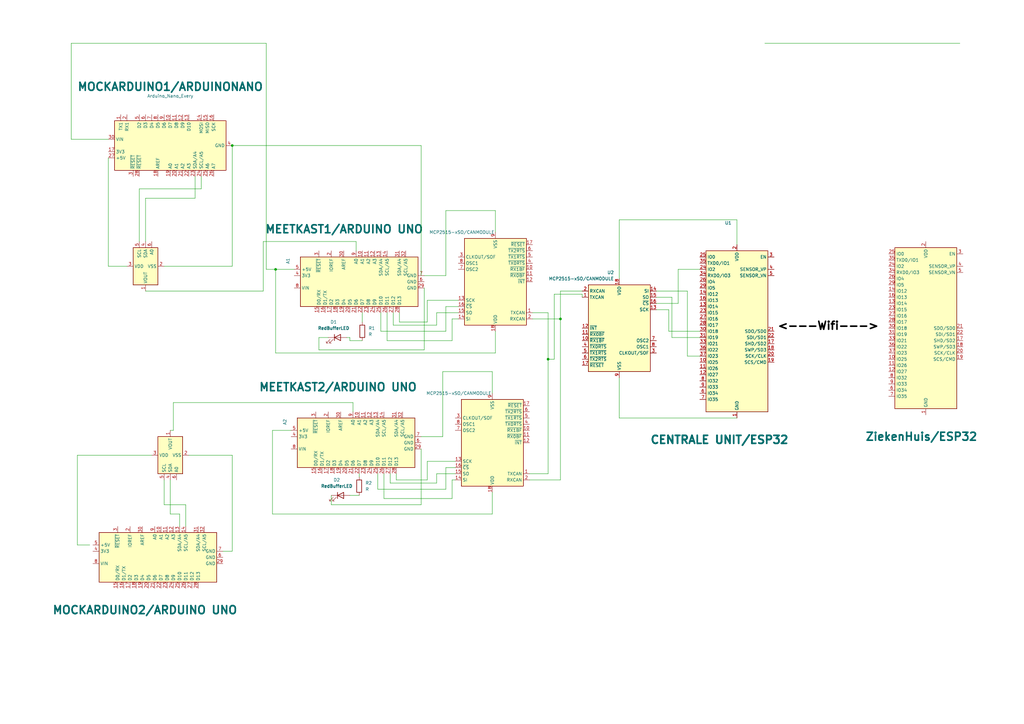
<source format=kicad_sch>
(kicad_sch (version 20230121) (generator eeschema)
  (paper "A3")
  (lib_symbols
    (symbol "Analog_DAC:MCP4725xxx-xCH"
      (property "Reference" "U" (at -6.35 6.35 0))
      (property "Value" "MCP4725xxx-xCH" (at 8.89 6.35 0))
      (symbol "MCP4725xxx-xCH_0_1"
        (rectangle (start -7.62 5.08) (end 7.62 -5.08) (stroke (width 0.254)) (fill (type background)))
      )
      (symbol "MCP4725xxx-xCH_1_1"
        (pin output line (at 10.16 0 180) (length 2.54) (name "VOUT") (number "1"))
        (pin power_in line (at 0 -7.62 90) (length 2.54) (name "VSS") (number "2"))
        (pin power_in line (at 0 7.62 270) (length 2.54) (name "VDD") (number "3"))
        (pin bidirectional line (at -10.16 0 0) (length 2.54) (name "SDA") (number "4"))
        (pin input line (at -10.16 2.54 0) (length 2.54) (name "SCL") (number "5"))
        (pin input line (at -10.16 -2.54 0) (length 2.54) (name "A0") (number "6"))
      )
    )
    (symbol "Device:LED" (pin_numbers hide) (pin_names (offset 1.016) hide)
      (property "Reference" "D" (at 0 2.54 0))
      (property "Value" "LED" (at 0 -2.54 0))
      (symbol "LED_0_1"
        (polyline (pts (xy -1.27 -1.27) (xy -1.27 1.27)) (stroke (width 0.254)))
        (polyline (pts (xy -1.27 0) (xy 1.27 0)))
        (polyline (pts (xy 1.27 -1.27) (xy 1.27 1.27) (xy -1.27 0) (xy 1.27 -1.27)) (stroke (width 0.254)))
        (polyline (pts (xy -3.048 -0.762) (xy -4.572 -2.286) (xy -3.81 -2.286) (xy -4.572 -2.286) (xy -4.572 -1.524)))
        (polyline (pts (xy -1.778 -0.762) (xy -3.302 -2.286) (xy -2.54 -2.286) (xy -3.302 -2.286) (xy -3.302 -1.524)))
      )
      (symbol "LED_1_1"
        (pin passive line (at -3.81 0 0) (length 2.54) (name "K") (number "1"))
        (pin passive line (at 3.81 0 180) (length 2.54) (name "A") (number "2"))
      )
    )
    (symbol "Device:R" (pin_numbers hide) (pin_names (offset 0))
      (property "Reference" "R" (at 2.032 0 90))
      (property "Value" "R" (at 0 0 90))
      (symbol "R_0_1"
        (rectangle (start -1.016 -2.54) (end 1.016 2.54) (stroke (width 0.254)))
      )
      (symbol "R_1_1"
        (pin passive line (at 0 3.81 270) (length 1.27) (name "~") (number "1"))
        (pin passive line (at 0 -3.81 90) (length 1.27) (name "~") (number "2"))
      )
    )
    (symbol "Interface_CAN_LIN:MCP2515-xSO"
      (property "Reference" "U" (at -10.16 19.685 0))
      (property "Value" "MCP2515-xSO" (at 19.05 20.32 0))
      (symbol "MCP2515-xSO_0_1"
        (rectangle (start -12.7 17.78) (end 12.7 -17.78) (stroke (width 0.254)) (fill (type background)))
      )
      (symbol "MCP2515-xSO_1_1"
        (pin output line (at 15.24 12.7 180) (length 2.54) (name "TXCAN") (number "1"))
        (pin output line (at 15.24 -5.08 180) (length 2.54) (name "~{RX1BF}") (number "10"))
        (pin output line (at 15.24 -2.54 180) (length 2.54) (name "~{RX0BF}") (number "11"))
        (pin output line (at 15.24 0 180) (length 2.54) (name "~{INT}") (number "12"))
        (pin input line (at -15.24 7.62 0) (length 2.54) (name "SCK") (number "13"))
        (pin input line (at -15.24 15.24 0) (length 2.54) (name "SI") (number "14"))
        (pin output line (at -15.24 12.7 0) (length 2.54) (name "SO") (number "15"))
        (pin input line (at -15.24 10.16 0) (length 2.54) (name "~{CS}") (number "16"))
        (pin input line (at 15.24 -15.24 180) (length 2.54) (name "~{RESET}") (number "17"))
        (pin power_in line (at 0 20.32 270) (length 2.54) (name "VDD") (number "18"))
        (pin input line (at 15.24 15.24 180) (length 2.54) (name "RXCAN") (number "2"))
        (pin output line (at -15.24 -10.16 0) (length 2.54) (name "CLKOUT/SOF") (number "3"))
        (pin input line (at 15.24 -7.62 180) (length 2.54) (name "~{TX0RTS}") (number "4"))
        (pin input line (at 15.24 -10.16 180) (length 2.54) (name "~{TX1RTS}") (number "5"))
        (pin input line (at 15.24 -12.7 180) (length 2.54) (name "~{TX2RTS}") (number "6"))
        (pin output line (at -15.24 -5.08 0) (length 2.54) (name "OSC2") (number "7"))
        (pin input line (at -15.24 -7.62 0) (length 2.54) (name "OSC1") (number "8"))
        (pin power_in line (at 0 -20.32 90) (length 2.54) (name "VSS") (number "9"))
      )
    )
    (symbol "MCU_Module:Arduino_Nano_Every"
      (property "Reference" "A" (at -10.16 23.495 0))
      (property "Value" "Arduino_Nano_Every" (at 5.08 -24.13 0))
      (symbol "Arduino_Nano_Every_0_1"
        (rectangle (start -10.16 22.86) (end 10.16 -22.86) (stroke (width 0.254)) (fill (type background)))
      )
      (symbol "Arduino_Nano_Every_1_1"
        (pin bidirectional line (at -12.7 20.32 0) (length 2.54) (name "TX1") (number "1"))
        (pin bidirectional line (at -12.7 0 0) (length 2.54) (name "D7") (number "10"))
        (pin bidirectional line (at -12.7 -2.54 0) (length 2.54) (name "D8") (number "11"))
        (pin bidirectional line (at -12.7 -5.08 0) (length 2.54) (name "D9") (number "12"))
        (pin bidirectional line (at -12.7 -7.62 0) (length 2.54) (name "D10") (number "13"))
        (pin bidirectional line (at -12.7 -12.7 0) (length 2.54) (name "MOSI") (number "14"))
        (pin bidirectional line (at -12.7 -15.24 0) (length 2.54) (name "MISO") (number "15"))
        (pin bidirectional line (at -12.7 -17.78 0) (length 2.54) (name "SCK") (number "16"))
        (pin power_out line (at 2.54 25.4 270) (length 2.54) (name "3V3") (number "17"))
        (pin input line (at 12.7 5.08 180) (length 2.54) (name "AREF") (number "18"))
        (pin bidirectional line (at 12.7 0 180) (length 2.54) (name "A0") (number "19"))
        (pin bidirectional line (at -12.7 17.78 0) (length 2.54) (name "RX1") (number "2"))
        (pin bidirectional line (at 12.7 -2.54 180) (length 2.54) (name "A1") (number "20"))
        (pin bidirectional line (at 12.7 -5.08 180) (length 2.54) (name "A2") (number "21"))
        (pin bidirectional line (at 12.7 -7.62 180) (length 2.54) (name "A3") (number "22"))
        (pin bidirectional line (at 12.7 -10.16 180) (length 2.54) (name "SDA/A4") (number "23"))
        (pin bidirectional line (at 12.7 -12.7 180) (length 2.54) (name "SCL/A5") (number "24"))
        (pin bidirectional line (at 12.7 -15.24 180) (length 2.54) (name "A6") (number "25"))
        (pin bidirectional line (at 12.7 -17.78 180) (length 2.54) (name "A7") (number "26"))
        (pin power_out line (at 5.08 25.4 270) (length 2.54) (name "+5V") (number "27"))
        (pin input line (at 12.7 12.7 180) (length 2.54) (name "~{RESET}") (number "28"))
        (pin passive line (at 0 -25.4 90) (length 2.54) hide (name "GND") (number "29"))
        (pin input line (at 12.7 15.24 180) (length 2.54) (name "~{RESET}") (number "3"))
        (pin power_in line (at -2.54 25.4 270) (length 2.54) (name "VIN") (number "30"))
        (pin power_in line (at 0 -25.4 90) (length 2.54) (name "GND") (number "4"))
        (pin bidirectional line (at -12.7 12.7 0) (length 2.54) (name "D2") (number "5"))
        (pin bidirectional line (at -12.7 10.16 0) (length 2.54) (name "D3") (number "6"))
        (pin bidirectional line (at -12.7 7.62 0) (length 2.54) (name "D4") (number "7"))
        (pin bidirectional line (at -12.7 5.08 0) (length 2.54) (name "D5") (number "8"))
        (pin bidirectional line (at -12.7 2.54 0) (length 2.54) (name "D6") (number "9"))
      )
    )
    (symbol "MCU_Module:Arduino_UNO_R3"
      (property "Reference" "A" (at -10.16 23.495 0))
      (property "Value" "Arduino_UNO_R3" (at 5.08 -26.67 0))
      (symbol "Arduino_UNO_R3_0_1"
        (rectangle (start -10.16 22.86) (end 10.16 -25.4) (stroke (width 0.254)) (fill (type background)))
      )
      (symbol "Arduino_UNO_R3_1_1"
        (pin no_connect line (at -10.16 -20.32 0) (length 2.54) hide (name "NC") (number "1"))
        (pin bidirectional line (at 12.7 -2.54 180) (length 2.54) (name "A1") (number "10"))
        (pin bidirectional line (at 12.7 -5.08 180) (length 2.54) (name "A2") (number "11"))
        (pin bidirectional line (at 12.7 -7.62 180) (length 2.54) (name "A3") (number "12"))
        (pin bidirectional line (at 12.7 -10.16 180) (length 2.54) (name "SDA/A4") (number "13"))
        (pin bidirectional line (at 12.7 -12.7 180) (length 2.54) (name "SCL/A5") (number "14"))
        (pin bidirectional line (at -12.7 15.24 0) (length 2.54) (name "D0/RX") (number "15"))
        (pin bidirectional line (at -12.7 12.7 0) (length 2.54) (name "D1/TX") (number "16"))
        (pin bidirectional line (at -12.7 10.16 0) (length 2.54) (name "D2") (number "17"))
        (pin bidirectional line (at -12.7 7.62 0) (length 2.54) (name "D3") (number "18"))
        (pin bidirectional line (at -12.7 5.08 0) (length 2.54) (name "D4") (number "19"))
        (pin output line (at 12.7 10.16 180) (length 2.54) (name "IOREF") (number "2"))
        (pin bidirectional line (at -12.7 2.54 0) (length 2.54) (name "D5") (number "20"))
        (pin bidirectional line (at -12.7 0 0) (length 2.54) (name "D6") (number "21"))
        (pin bidirectional line (at -12.7 -2.54 0) (length 2.54) (name "D7") (number "22"))
        (pin bidirectional line (at -12.7 -5.08 0) (length 2.54) (name "D8") (number "23"))
        (pin bidirectional line (at -12.7 -7.62 0) (length 2.54) (name "D9") (number "24"))
        (pin bidirectional line (at -12.7 -10.16 0) (length 2.54) (name "D10") (number "25"))
        (pin bidirectional line (at -12.7 -12.7 0) (length 2.54) (name "D11") (number "26"))
        (pin bidirectional line (at -12.7 -15.24 0) (length 2.54) (name "D12") (number "27"))
        (pin bidirectional line (at -12.7 -17.78 0) (length 2.54) (name "D13") (number "28"))
        (pin power_in line (at -2.54 -27.94 90) (length 2.54) (name "GND") (number "29"))
        (pin input line (at 12.7 15.24 180) (length 2.54) (name "~{RESET}") (number "3"))
        (pin input line (at 12.7 5.08 180) (length 2.54) (name "AREF") (number "30"))
        (pin bidirectional line (at 12.7 -17.78 180) (length 2.54) (name "SDA/A4") (number "31"))
        (pin bidirectional line (at 12.7 -20.32 180) (length 2.54) (name "SCL/A5") (number "32"))
        (pin power_out line (at 2.54 25.4 270) (length 2.54) (name "3V3") (number "4"))
        (pin power_out line (at 5.08 25.4 270) (length 2.54) (name "+5V") (number "5"))
        (pin power_in line (at 0 -27.94 90) (length 2.54) (name "GND") (number "6"))
        (pin power_in line (at 2.54 -27.94 90) (length 2.54) (name "GND") (number "7"))
        (pin power_in line (at -2.54 25.4 270) (length 2.54) (name "VIN") (number "8"))
        (pin bidirectional line (at 12.7 0 180) (length 2.54) (name "A0") (number "9"))
      )
    )
    (symbol "RF_Module:ESP32-WROOM-32"
      (property "Reference" "U" (at -12.7 34.29 0))
      (property "Value" "ESP32-WROOM-32" (at 1.27 34.29 0))
      (symbol "ESP32-WROOM-32_0_1"
        (rectangle (start -12.7 33.02) (end 12.7 -33.02) (stroke (width 0.254)) (fill (type background)))
      )
      (symbol "ESP32-WROOM-32_1_1"
        (pin power_in line (at 0 -35.56 90) (length 2.54) (name "GND") (number "1"))
        (pin bidirectional line (at 15.24 -12.7 180) (length 2.54) (name "IO25") (number "10"))
        (pin bidirectional line (at 15.24 -15.24 180) (length 2.54) (name "IO26") (number "11"))
        (pin bidirectional line (at 15.24 -17.78 180) (length 2.54) (name "IO27") (number "12"))
        (pin bidirectional line (at 15.24 10.16 180) (length 2.54) (name "IO14") (number "13"))
        (pin bidirectional line (at 15.24 15.24 180) (length 2.54) (name "IO12") (number "14"))
        (pin passive line (at 0 -35.56 90) (length 2.54) hide (name "GND") (number "15"))
        (pin bidirectional line (at 15.24 12.7 180) (length 2.54) (name "IO13") (number "16"))
        (pin bidirectional line (at -15.24 -5.08 0) (length 2.54) (name "SHD/SD2") (number "17"))
        (pin bidirectional line (at -15.24 -7.62 0) (length 2.54) (name "SWP/SD3") (number "18"))
        (pin bidirectional line (at -15.24 -12.7 0) (length 2.54) (name "SCS/CMD") (number "19"))
        (pin power_in line (at 0 35.56 270) (length 2.54) (name "VDD") (number "2"))
        (pin bidirectional line (at -15.24 -10.16 0) (length 2.54) (name "SCK/CLK") (number "20"))
        (pin bidirectional line (at -15.24 0 0) (length 2.54) (name "SDO/SD0") (number "21"))
        (pin bidirectional line (at -15.24 -2.54 0) (length 2.54) (name "SDI/SD1") (number "22"))
        (pin bidirectional line (at 15.24 7.62 180) (length 2.54) (name "IO15") (number "23"))
        (pin bidirectional line (at 15.24 25.4 180) (length 2.54) (name "IO2") (number "24"))
        (pin bidirectional line (at 15.24 30.48 180) (length 2.54) (name "IO0") (number "25"))
        (pin bidirectional line (at 15.24 20.32 180) (length 2.54) (name "IO4") (number "26"))
        (pin bidirectional line (at 15.24 5.08 180) (length 2.54) (name "IO16") (number "27"))
        (pin bidirectional line (at 15.24 2.54 180) (length 2.54) (name "IO17") (number "28"))
        (pin bidirectional line (at 15.24 17.78 180) (length 2.54) (name "IO5") (number "29"))
        (pin input line (at -15.24 30.48 0) (length 2.54) (name "EN") (number "3"))
        (pin bidirectional line (at 15.24 0 180) (length 2.54) (name "IO18") (number "30"))
        (pin bidirectional line (at 15.24 -2.54 180) (length 2.54) (name "IO19") (number "31"))
        (pin no_connect line (at -12.7 -27.94 0) (length 2.54) hide (name "NC") (number "32"))
        (pin bidirectional line (at 15.24 -5.08 180) (length 2.54) (name "IO21") (number "33"))
        (pin bidirectional line (at 15.24 22.86 180) (length 2.54) (name "RXD0/IO3") (number "34"))
        (pin bidirectional line (at 15.24 27.94 180) (length 2.54) (name "TXD0/IO1") (number "35"))
        (pin bidirectional line (at 15.24 -7.62 180) (length 2.54) (name "IO22") (number "36"))
        (pin bidirectional line (at 15.24 -10.16 180) (length 2.54) (name "IO23") (number "37"))
        (pin passive line (at 0 -35.56 90) (length 2.54) hide (name "GND") (number "38"))
        (pin passive line (at 0 -35.56 90) (length 2.54) hide (name "GND") (number "39"))
        (pin input line (at -15.24 25.4 0) (length 2.54) (name "SENSOR_VP") (number "4"))
        (pin input line (at -15.24 22.86 0) (length 2.54) (name "SENSOR_VN") (number "5"))
        (pin input line (at 15.24 -25.4 180) (length 2.54) (name "IO34") (number "6"))
        (pin input line (at 15.24 -27.94 180) (length 2.54) (name "IO35") (number "7"))
        (pin bidirectional line (at 15.24 -20.32 180) (length 2.54) (name "IO32") (number "8"))
        (pin bidirectional line (at 15.24 -22.86 180) (length 2.54) (name "IO33") (number "9"))
      )
    )
  )
  (junction (at 224.79 147.32))
  (junction (at 95.25 59.69))
  (junction (at 113.03 110.49))
  (junction (at 229.87 130.81))
  (bus_entry (at 400.3964 -141.0396) (size 2.54 2.54))
  (bus_entry (at 266.7 -25.4) (size 2.54 2.54))
  (wire (pts (xy 173.99 143.51) (xy 173.99 118.11)))
  (wire (pts (xy 158.75 139.7) (xy 158.75 128.27)))
  (wire (pts (xy 254 171.45) (xy 254 154.94)))
  (wire (pts (xy 135.89 207.01) (xy 172.72 207.01)))
  (wire (pts (xy 113.03 110.49) (xy 109.22 110.49)))
  (wire (pts (xy 287.02 146.05) (xy 281.94 146.05)))
  (wire (pts (xy 175.26 132.08) (xy 163.83 132.08)))
  (wire (pts (xy 274.32 127) (xy 269.24 127)))
  (wire (pts (xy 187.96 125.73) (xy 182.88 125.73)))
  (wire (pts (xy 69.85 210.82) (xy 73.66 210.82)))
  (wire (pts (xy 181.61 179.07) (xy 172.72 179.07)))
  (wire (pts (xy 182.88 191.77) (xy 182.88 200.66)))
  (wire (pts (xy 67.31 207.01) (xy 76.2 207.01)))
  (wire (pts (xy 203.2 135.89) (xy 203.2 144.78)))
  (wire (pts (xy 44.45 109.22) (xy 44.45 64.77)))
  (wire (pts (xy 95.25 109.22) (xy 95.25 59.69)))
  (wire (pts (xy 224.79 128.27) (xy 218.44 128.27)))
  (wire (pts (xy 224.79 128.27) (xy 224.79 147.32)))
  (wire (pts (xy 71.12 165.1) (xy 144.78 165.1)))
  (wire (pts (xy 113.03 110.49) (xy 120.65 110.49)))
  (wire (pts (xy 217.17 196.85) (xy 229.87 196.85)))
  (wire (pts (xy 95.25 226.06) (xy 91.44 226.06)))
  (wire (pts (xy 111.76 210.82) (xy 111.76 176.53)))
  (wire (pts (xy 203.2 95.25) (xy 203.2 86.36)))
  (wire (pts (xy 175.26 123.19) (xy 175.26 132.08)))
  (wire (pts (xy 287.02 135.89) (xy 274.32 135.89)))
  (wire (pts (xy 182.88 135.89) (xy 156.21 135.89)))
  (wire (pts (xy 182.88 86.36) (xy 182.88 113.03)))
  (wire (pts (xy 29.21 57.15) (xy 44.45 57.15)))
  (wire (pts (xy 31.75 186.69) (xy 31.75 223.52)))
  (wire (pts (xy 182.88 125.73) (xy 182.88 135.89)))
  (wire (pts (xy 281.94 119.38) (xy 269.24 119.38)))
  (wire (pts (xy 302.26 100.33) (xy 302.26 90.17)))
  (wire (pts (xy 77.47 186.69) (xy 95.25 186.69)))
  (wire (pts (xy 185.42 196.85) (xy 185.42 204.47)))
  (wire (pts (xy 201.93 201.93) (xy 201.93 210.82)))
  (wire (pts (xy 186.69 196.85) (xy 185.42 196.85)))
  (wire (pts (xy 162.56 196.85) (xy 162.56 194.31)))
  (wire (pts (xy 134.62 138.43) (xy 130.81 138.43)))
  (wire (pts (xy 130.81 138.43) (xy 130.81 143.51)))
  (wire (pts (xy 59.69 99.06) (xy 59.69 81.28)))
  (wire (pts (xy 76.2 207.01) (xy 76.2 215.9)))
  (wire (pts (xy 67.31 109.22) (xy 95.25 109.22)))
  (wire (pts (xy 187.96 128.27) (xy 179.07 128.27)))
  (wire (pts (xy 203.2 86.36) (xy 182.88 86.36)))
  (wire (pts (xy 143.51 203.2) (xy 147.32 203.2)))
  (wire (pts (xy 186.69 194.31) (xy 179.07 194.31)))
  (wire (pts (xy 229.87 119.38) (xy 229.87 130.81)))
  (wire (pts (xy 179.07 194.31) (xy 179.07 198.12)))
  (wire (pts (xy 302.26 90.17) (xy 254 90.17)))
  (wire (pts (xy 181.61 152.4) (xy 181.61 179.07)))
  (wire (pts (xy 224.79 194.31) (xy 224.79 147.32)))
  (wire (pts (xy 147.32 194.31) (xy 147.32 195.58)))
  (wire (pts (xy 157.48 204.47) (xy 157.48 194.31)))
  (wire (pts (xy 95.25 186.69) (xy 95.25 226.06)))
  (wire (pts (xy 187.96 130.81) (xy 185.42 130.81)))
  (wire (pts (xy 254 90.17) (xy 254 114.3)))
  (wire (pts (xy 287.02 138.43) (xy 275.59 138.43)))
  (wire (pts (xy 229.87 130.81) (xy 229.87 196.85)))
  (wire (pts (xy 217.17 194.31) (xy 224.79 194.31)))
  (wire (pts (xy 281.94 146.05) (xy 281.94 119.38)))
  (wire (pts (xy 172.72 59.69) (xy 95.25 59.69)))
  (wire (pts (xy 109.22 110.49) (xy 109.22 17.78)))
  (wire (pts (xy 182.88 113.03) (xy 173.99 113.03)))
  (wire (pts (xy 57.15 99.06) (xy 57.15 77.47)))
  (wire (pts (xy 143.51 138.43) (xy 142.24 138.43)))
  (wire (pts (xy 313.69 17.78) (xy 393.7 17.78)))
  (wire (pts (xy 278.13 110.49) (xy 278.13 124.46)))
  (wire (pts (xy 274.32 135.89) (xy 274.32 127)))
  (wire (pts (xy 69.85 176.53) (xy 71.12 176.53)))
  (wire (pts (xy 143.51 138.43) (xy 143.51 139.7)))
  (wire (pts (xy 175.26 189.23) (xy 175.26 196.85)))
  (wire (pts (xy 130.81 143.51) (xy 173.99 143.51)))
  (wire (pts (xy 148.59 128.27) (xy 148.59 132.08)))
  (wire (pts (xy 107.95 99.06) (xy 146.05 99.06)))
  (wire (pts (xy 186.69 191.77) (xy 182.88 191.77)))
  (wire (pts (xy 144.78 165.1) (xy 144.78 168.91)))
  (wire (pts (xy 71.12 165.1) (xy 71.12 176.53)))
  (wire (pts (xy 203.2 144.78) (xy 113.03 144.78)))
  (wire (pts (xy 59.69 119.38) (xy 107.95 119.38)))
  (wire (pts (xy 287.02 110.49) (xy 278.13 110.49)))
  (wire (pts (xy 179.07 133.35) (xy 161.29 133.35)))
  (wire (pts (xy 275.59 138.43) (xy 275.59 121.92)))
  (wire (pts (xy 201.93 161.29) (xy 201.93 152.4)))
  (wire (pts (xy 146.05 99.06) (xy 146.05 102.87)))
  (wire (pts (xy 179.07 198.12) (xy 160.02 198.12)))
  (wire (pts (xy 185.42 139.7) (xy 158.75 139.7)))
  (wire (pts (xy 201.93 152.4) (xy 181.61 152.4)))
  (wire (pts (xy 278.13 124.46) (xy 269.24 124.46)))
  (wire (pts (xy 238.76 120.65) (xy 238.76 121.92)))
  (wire (pts (xy 160.02 198.12) (xy 160.02 194.31)))
  (wire (pts (xy 29.21 17.78) (xy 109.22 17.78)))
  (wire (pts (xy 227.33 120.65) (xy 238.76 120.65)))
  (wire (pts (xy 135.89 203.2) (xy 135.89 207.01)))
  (wire (pts (xy 59.69 81.28) (xy 80.01 81.28)))
  (wire (pts (xy 227.33 147.32) (xy 227.33 120.65)))
  (wire (pts (xy 172.72 207.01) (xy 172.72 184.15)))
  (wire (pts (xy 31.75 223.52) (xy 36.83 223.52)))
  (wire (pts (xy 156.21 128.27) (xy 156.21 135.89)))
  (wire (pts (xy 52.07 109.22) (xy 44.45 109.22)))
  (wire (pts (xy 67.31 196.85) (xy 67.31 207.01)))
  (wire (pts (xy 113.03 144.78) (xy 113.03 110.49)))
  (wire (pts (xy 187.96 123.19) (xy 175.26 123.19)))
  (wire (pts (xy 154.94 194.31) (xy 154.94 200.66)))
  (wire (pts (xy 201.93 210.82) (xy 111.76 210.82)))
  (wire (pts (xy 82.55 77.47) (xy 82.55 72.39)))
  (wire (pts (xy 229.87 130.81) (xy 218.44 130.81)))
  (wire (pts (xy 227.33 147.32) (xy 224.79 147.32)))
  (wire (pts (xy 275.59 121.92) (xy 269.24 121.92)))
  (wire (pts (xy 172.72 113.03) (xy 172.72 59.69)))
  (wire (pts (xy 107.95 119.38) (xy 107.95 99.06)))
  (wire (pts (xy 80.01 81.28) (xy 80.01 72.39)))
  (wire (pts (xy 185.42 130.81) (xy 185.42 139.7)))
  (wire (pts (xy 186.69 189.23) (xy 175.26 189.23)))
  (wire (pts (xy 175.26 196.85) (xy 162.56 196.85)))
  (wire (pts (xy 57.15 77.47) (xy 82.55 77.47)))
  (wire (pts (xy 179.07 128.27) (xy 179.07 133.35)))
  (wire (pts (xy 163.83 132.08) (xy 163.83 128.27)))
  (wire (pts (xy 143.51 139.7) (xy 148.59 139.7)))
  (wire (pts (xy 161.29 133.35) (xy 161.29 128.27)))
  (wire (pts (xy 29.21 17.78) (xy 29.21 57.15)))
  (wire (pts (xy 238.76 119.38) (xy 229.87 119.38)))
  (wire (pts (xy 73.66 210.82) (xy 73.66 215.9)))
  (wire (pts (xy 111.76 176.53) (xy 119.38 176.53)))
  (wire (pts (xy 69.85 196.85) (xy 69.85 210.82)))
  (wire (pts (xy 185.42 204.47) (xy 157.48 204.47)))
  (wire (pts (xy 182.88 200.66) (xy 154.94 200.66)))
  (wire (pts (xy 302.26 171.45) (xy 254 171.45)))
  (wire (pts (xy 62.23 186.69) (xy 31.75 186.69)))
  (text "<---Wifi--->\n\n" (at 360.68 140.97 0) (effects (font (size 3.27 3.27) (thickness 0.654) bold) (justify right bottom)))
  (symbol (lib_id "Interface_CAN_LIN:MCP2515-xSO") (at 254 134.62 0) (mirror y) (unit 1)
    (property "Reference" "U2" (at 251.8059 111.76 0) (effects (justify left)))
    (property "Value" "MCP2515-xSO/CANMODULE" (at 251.8059 114.3 0) (effects (justify left)))
    (property "Footprint" "Package_SO:SOIC-18W_7.5x11.6mm_P1.27mm" (effects hide))
    (property "Datasheet" "http://ww1.microchip.com/downloads/en/DeviceDoc/21801e.pdf" (effects hide))
  )
  (symbol (lib_id "MCU_Module:Arduino_UNO_R3") (at 146.05 115.57 90) (unit 1)
    (property "Reference" "A1" (at 118.11 108.2959 0) (effects (justify left)))
    (property "Value" "MEETKAST1/ARDUINO UNO" (at 173.99 93.98 90) (effects (font (size 3.27 3.27) bold) (justify left)))
    (property "Footprint" "Module:Arduino_UNO_R3" (effects hide))
    (property "Datasheet" "https://www.arduino.cc/en/Main/arduinoBoardUno" (effects hide))
  )
  (symbol (lib_id "Analog_DAC:MCP4725xxx-xCH") (at 69.85 186.69 90) (unit 1)
    (property "Reference" "U6" (effects hide))
    (property "Value" "MCP4725xxx-xCH" (effects hide))
    (property "Footprint" "Package_TO_SOT_SMD:SOT-23-6" (effects hide))
    (property "Datasheet" "http://ww1.microchip.com/downloads/en/DeviceDoc/22039d.pdf" (effects hide))
  )
  (symbol (lib_id "Analog_DAC:MCP4725xxx-xCH") (at 59.69 109.22 90) (mirror x) (unit 1)
    (property "Reference" "U5" (effects hide))
    (property "Value" "MCP4725xxx-xCH" (effects hide))
    (property "Footprint" "Package_TO_SOT_SMD:SOT-23-6" (effects hide))
    (property "Datasheet" "http://ww1.microchip.com/downloads/en/DeviceDoc/22039d.pdf" (effects hide))
  )
  (symbol (lib_id "MCU_Module:Arduino_Nano_Every") (at 69.85 59.69 90) (mirror x) (unit 1)
    (property "Reference" "MOCKARDUINO1/ARDUINONANO" (at 69.85 35.56 90) (effects (font (size 3.27 3.27) bold)))
    (property "Value" "Arduino_Nano_Every" (at 69.85 39.37 90))
    (property "Footprint" "Module:Arduino_Nano" (effects hide))
    (property "Datasheet" "https://content.arduino.cc/assets/NANOEveryV3.0_sch.pdf" (effects hide))
  )
  (symbol (lib_id "Device:R") (at 147.32 199.39 0) (unit 1)
    (property "Reference" "R2" (at 149.86 198.12 0) (effects (justify left)))
    (property "Value" "R" (at 149.86 200.66 0) (effects (justify left)))
  )
  (symbol (lib_id "Interface_CAN_LIN:MCP2515-xSO") (at 203.2 115.57 0) (mirror x) (unit 1)
    (property "Reference" "U3" (effects hide))
    (property "Value" "MCP2515-xSO/CANMODULE" (at 202.8541 95.25 0) (effects (justify right)))
    (property "Footprint" "Package_SO:SOIC-18W_7.5x11.6mm_P1.27mm" (effects hide))
    (property "Datasheet" "http://ww1.microchip.com/downloads/en/DeviceDoc/21801e.pdf" (effects hide))
  )
  (symbol (lib_id "Device:LED") (at 139.7 203.2 0) (unit 1)
    (property "Reference" "D2" (at 138.1125 196.85 0))
    (property "Value" "RedBufferLED" (at 138.1125 199.39 0) (effects (font bold)))
  )
  (symbol (lib_id "RF_Module:ESP32-WROOM-32") (at 302.26 135.89 0) (mirror y) (unit 1)
    (property "Reference" "U1" (at 300.0659 91.44 0) (effects (justify left)))
    (property "Value" "CENTRALE UNIT/ESP32" (at 323.85 180.34 0) (effects (font (size 3.27 3.27) bold) (justify left)))
    (property "Footprint" "RF_Module:ESP32-WROOM-32" (effects hide))
    (property "Datasheet" "https://www.espressif.com/sites/default/files/documentation/esp32-wroom-32_datasheet_en.pdf" (effects hide))
  )
  (symbol (lib_id "MCU_Module:Arduino_UNO_R3") (at 144.78 181.61 90) (unit 1)
    (property "Reference" "A2" (at 116.84 174.3359 0) (effects (justify left)))
    (property "Value" "MEETKAST2/ARDUINO UNO" (at 171.45 158.75 90) (effects (font (size 3.27 3.27) bold) (justify left)))
    (property "Footprint" "Module:Arduino_UNO_R3" (effects hide))
    (property "Datasheet" "https://www.arduino.cc/en/Main/arduinoBoardUno" (effects hide))
  )
  (symbol (lib_id "Interface_CAN_LIN:MCP2515-xSO") (at 201.93 181.61 0) (mirror x) (unit 1)
    (property "Reference" "U4" (effects hide))
    (property "Value" "MCP2515-xSO/CANMODULE" (at 201.5841 161.29 0) (effects (justify right)))
    (property "Footprint" "Package_SO:SOIC-18W_7.5x11.6mm_P1.27mm" (effects hide))
    (property "Datasheet" "http://ww1.microchip.com/downloads/en/DeviceDoc/21801e.pdf" (effects hide))
  )
  (symbol (lib_id "RF_Module:ESP32-WROOM-32") (at 379.73 134.62 0) (mirror y) (unit 1)
    (property "Reference" "U7" (effects hide))
    (property "Value" "ZiekenHuis/ESP32" (at 401.32 179.07 0) (effects (font (size 3.27 3.27) bold) (justify left)))
    (property "Footprint" "RF_Module:ESP32-WROOM-32" (effects hide))
    (property "Datasheet" "https://www.espressif.com/sites/default/files/documentation/esp32-wroom-32_datasheet_en.pdf" (effects hide))
  )
  (symbol (lib_id "Device:LED") (at 138.43 138.43 0) (unit 1)
    (property "Reference" "D1" (at 136.8425 132.08 0))
    (property "Value" "RedBufferLED" (at 136.8425 134.62 0) (effects (font bold)))
  )
  (symbol (lib_id "MCU_Module:Arduino_UNO_R3") (at 63.5 228.6 90) (unit 1)
    (property "Reference" "A3" (effects hide))
    (property "Value" "MOCKARDUINO2/ARDUINO UNO" (at 97.79 250.19 90) (effects (font (size 3.27 3.27) bold) (justify left)))
    (property "Footprint" "Module:Arduino_UNO_R3" (effects hide))
    (property "Datasheet" "https://www.arduino.cc/en/Main/arduinoBoardUno" (effects hide))
  )
  (symbol (lib_id "Device:R") (at 148.59 135.89 0) (unit 1)
    (property "Reference" "R1" (at 151.13 134.62 0) (effects (justify left)))
    (property "Value" "R" (at 151.13 137.16 0) (effects (justify left)))
  )
)
</source>
